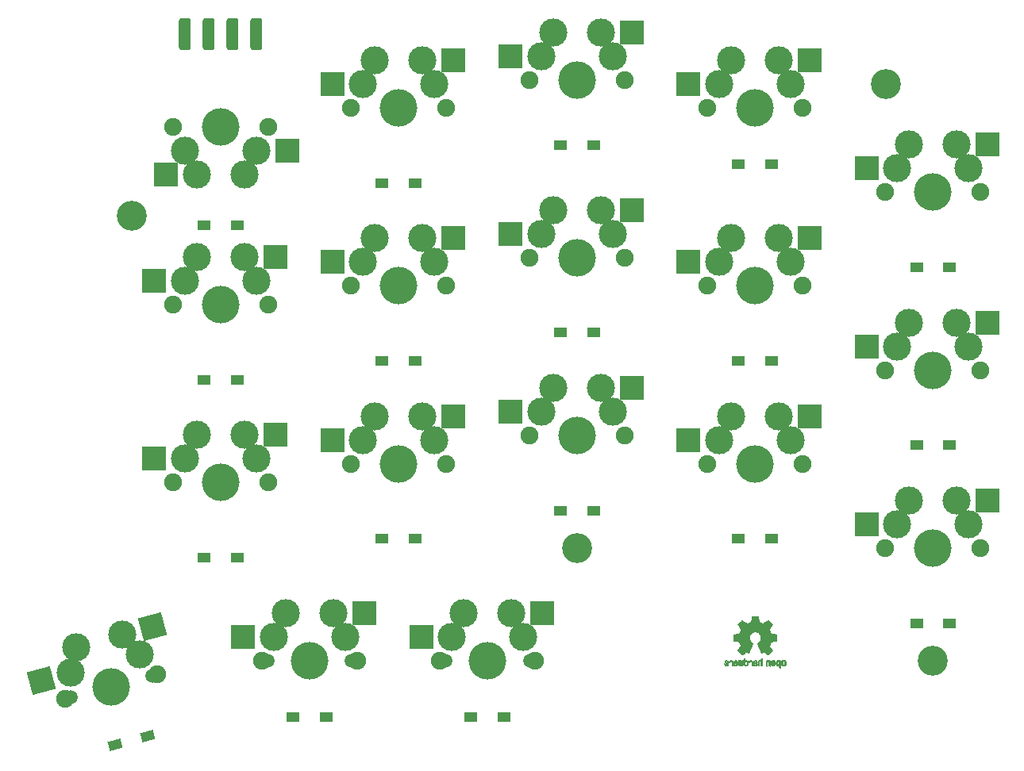
<source format=gbs>
%TF.GenerationSoftware,KiCad,Pcbnew,7.0.2-0*%
%TF.CreationDate,2023-05-24T14:40:16+08:00*%
%TF.ProjectId,Input,496e7075-742e-46b6-9963-61645f706362,1*%
%TF.SameCoordinates,PX717cbc0PY58b1140*%
%TF.FileFunction,Soldermask,Bot*%
%TF.FilePolarity,Negative*%
%FSLAX46Y46*%
G04 Gerber Fmt 4.6, Leading zero omitted, Abs format (unit mm)*
G04 Created by KiCad (PCBNEW 7.0.2-0) date 2023-05-24 14:40:16*
%MOMM*%
%LPD*%
G01*
G04 APERTURE LIST*
G04 Aperture macros list*
%AMRoundRect*
0 Rectangle with rounded corners*
0 $1 Rounding radius*
0 $2 $3 $4 $5 $6 $7 $8 $9 X,Y pos of 4 corners*
0 Add a 4 corners polygon primitive as box body*
4,1,4,$2,$3,$4,$5,$6,$7,$8,$9,$2,$3,0*
0 Add four circle primitives for the rounded corners*
1,1,$1+$1,$2,$3*
1,1,$1+$1,$4,$5*
1,1,$1+$1,$6,$7*
1,1,$1+$1,$8,$9*
0 Add four rect primitives between the rounded corners*
20,1,$1+$1,$2,$3,$4,$5,0*
20,1,$1+$1,$4,$5,$6,$7,0*
20,1,$1+$1,$6,$7,$8,$9,0*
20,1,$1+$1,$8,$9,$2,$3,0*%
%AMRotRect*
0 Rectangle, with rotation*
0 The origin of the aperture is its center*
0 $1 length*
0 $2 width*
0 $3 Rotation angle, in degrees counterclockwise*
0 Add horizontal line*
21,1,$1,$2,0,0,$3*%
G04 Aperture macros list end*
%ADD10C,0.010000*%
%ADD11C,1.900000*%
%ADD12C,3.000000*%
%ADD13C,4.000000*%
%ADD14R,2.550000X2.500000*%
%ADD15C,3.200000*%
%ADD16RoundRect,0.317500X0.317500X1.397000X-0.317500X1.397000X-0.317500X-1.397000X0.317500X-1.397000X0*%
%ADD17R,1.400000X1.000000*%
%ADD18C,1.500000*%
%ADD19RotRect,2.550000X2.500000X15.000000*%
%ADD20RotRect,1.400000X1.000000X195.000000*%
G04 APERTURE END LIST*
%TO.C,REF\u002A\u002A*%
D10*
X54482829Y-37951097D02*
X54542753Y-37973355D01*
X54567673Y-37990080D01*
X54592910Y-38014043D01*
X54610912Y-38044526D01*
X54622858Y-38086023D01*
X54629930Y-38143032D01*
X54633308Y-38220047D01*
X54634171Y-38321565D01*
X54634002Y-38374027D01*
X54633153Y-38445715D01*
X54631711Y-38502925D01*
X54629814Y-38540809D01*
X54627597Y-38554514D01*
X54613172Y-38549981D01*
X54584054Y-38537670D01*
X54583181Y-38537272D01*
X54568060Y-38529356D01*
X54557891Y-38518495D01*
X54551691Y-38499471D01*
X54548478Y-38467069D01*
X54547270Y-38416071D01*
X54547086Y-38341261D01*
X54546714Y-38293804D01*
X54542750Y-38204615D01*
X54533673Y-38139287D01*
X54518524Y-38094393D01*
X54496345Y-38066507D01*
X54466175Y-38052203D01*
X54461990Y-38051206D01*
X54405480Y-38050427D01*
X54361410Y-38075744D01*
X54330972Y-38126502D01*
X54325544Y-38141175D01*
X54313171Y-38173649D01*
X54306905Y-38188572D01*
X54294036Y-38186516D01*
X54265933Y-38175357D01*
X54239721Y-38156927D01*
X54227771Y-38122098D01*
X54231336Y-38097151D01*
X54253235Y-38046547D01*
X54288644Y-37999128D01*
X54330052Y-37966334D01*
X54347400Y-37958752D01*
X54413089Y-37946076D01*
X54482829Y-37951097D01*
G36*
X54482829Y-37951097D02*
G01*
X54542753Y-37973355D01*
X54567673Y-37990080D01*
X54592910Y-38014043D01*
X54610912Y-38044526D01*
X54622858Y-38086023D01*
X54629930Y-38143032D01*
X54633308Y-38220047D01*
X54634171Y-38321565D01*
X54634002Y-38374027D01*
X54633153Y-38445715D01*
X54631711Y-38502925D01*
X54629814Y-38540809D01*
X54627597Y-38554514D01*
X54613172Y-38549981D01*
X54584054Y-38537670D01*
X54583181Y-38537272D01*
X54568060Y-38529356D01*
X54557891Y-38518495D01*
X54551691Y-38499471D01*
X54548478Y-38467069D01*
X54547270Y-38416071D01*
X54547086Y-38341261D01*
X54546714Y-38293804D01*
X54542750Y-38204615D01*
X54533673Y-38139287D01*
X54518524Y-38094393D01*
X54496345Y-38066507D01*
X54466175Y-38052203D01*
X54461990Y-38051206D01*
X54405480Y-38050427D01*
X54361410Y-38075744D01*
X54330972Y-38126502D01*
X54325544Y-38141175D01*
X54313171Y-38173649D01*
X54306905Y-38188572D01*
X54294036Y-38186516D01*
X54265933Y-38175357D01*
X54239721Y-38156927D01*
X54227771Y-38122098D01*
X54231336Y-38097151D01*
X54253235Y-38046547D01*
X54288644Y-37999128D01*
X54330052Y-37966334D01*
X54347400Y-37958752D01*
X54413089Y-37946076D01*
X54482829Y-37951097D01*
G37*
X58431020Y-37917822D02*
X58498810Y-37949680D01*
X58554366Y-38004770D01*
X58565881Y-38022016D01*
X58575432Y-38041562D01*
X58582206Y-38066198D01*
X58586819Y-38100711D01*
X58589888Y-38149889D01*
X58592029Y-38218519D01*
X58593859Y-38311389D01*
X58598404Y-38569007D01*
X58560225Y-38554491D01*
X58525268Y-38541156D01*
X58499097Y-38528323D01*
X58482013Y-38511780D01*
X58472086Y-38486465D01*
X58467386Y-38447316D01*
X58465982Y-38389268D01*
X58465943Y-38307261D01*
X58465744Y-38241895D01*
X58464559Y-38179173D01*
X58461729Y-38136334D01*
X58456609Y-38108220D01*
X58448553Y-38089675D01*
X58436914Y-38075543D01*
X58408303Y-38055600D01*
X58360239Y-38048083D01*
X58312688Y-38067079D01*
X58309550Y-38069511D01*
X58299769Y-38080748D01*
X58292553Y-38098770D01*
X58287299Y-38128026D01*
X58283402Y-38172962D01*
X58280256Y-38238028D01*
X58277257Y-38327670D01*
X58270000Y-38567697D01*
X58208314Y-38540044D01*
X58146629Y-38512391D01*
X58146629Y-38293246D01*
X58146884Y-38233711D01*
X58149086Y-38150892D01*
X58154661Y-38089227D01*
X58164941Y-38043748D01*
X58181258Y-38009484D01*
X58204943Y-37981466D01*
X58237328Y-37954723D01*
X58283907Y-37927780D01*
X58357287Y-37910191D01*
X58431020Y-37917822D01*
G36*
X58431020Y-37917822D02*
G01*
X58498810Y-37949680D01*
X58554366Y-38004770D01*
X58565881Y-38022016D01*
X58575432Y-38041562D01*
X58582206Y-38066198D01*
X58586819Y-38100711D01*
X58589888Y-38149889D01*
X58592029Y-38218519D01*
X58593859Y-38311389D01*
X58598404Y-38569007D01*
X58560225Y-38554491D01*
X58525268Y-38541156D01*
X58499097Y-38528323D01*
X58482013Y-38511780D01*
X58472086Y-38486465D01*
X58467386Y-38447316D01*
X58465982Y-38389268D01*
X58465943Y-38307261D01*
X58465744Y-38241895D01*
X58464559Y-38179173D01*
X58461729Y-38136334D01*
X58456609Y-38108220D01*
X58448553Y-38089675D01*
X58436914Y-38075543D01*
X58408303Y-38055600D01*
X58360239Y-38048083D01*
X58312688Y-38067079D01*
X58309550Y-38069511D01*
X58299769Y-38080748D01*
X58292553Y-38098770D01*
X58287299Y-38128026D01*
X58283402Y-38172962D01*
X58280256Y-38238028D01*
X58277257Y-38327670D01*
X58270000Y-38567697D01*
X58208314Y-38540044D01*
X58146629Y-38512391D01*
X58146629Y-38293246D01*
X58146884Y-38233711D01*
X58149086Y-38150892D01*
X58154661Y-38089227D01*
X58164941Y-38043748D01*
X58181258Y-38009484D01*
X58204943Y-37981466D01*
X58237328Y-37954723D01*
X58283907Y-37927780D01*
X58357287Y-37910191D01*
X58431020Y-37917822D01*
G37*
X56607691Y-37966467D02*
X56612273Y-37969003D01*
X56649704Y-37998057D01*
X56683170Y-38035410D01*
X56689007Y-38043852D01*
X56700165Y-38063553D01*
X56708136Y-38086935D01*
X56713618Y-38119067D01*
X56717307Y-38165019D01*
X56719899Y-38229859D01*
X56722092Y-38318657D01*
X56722402Y-38333669D01*
X56723400Y-38430999D01*
X56721994Y-38499934D01*
X56718164Y-38540948D01*
X56711889Y-38554514D01*
X56692898Y-38550452D01*
X56660638Y-38538144D01*
X56653041Y-38534545D01*
X56641176Y-38526398D01*
X56632994Y-38513004D01*
X56627643Y-38489608D01*
X56624269Y-38451455D01*
X56622019Y-38393790D01*
X56620040Y-38311857D01*
X56619498Y-38287907D01*
X56617403Y-38212266D01*
X56614683Y-38159328D01*
X56610515Y-38124075D01*
X56604079Y-38101487D01*
X56594550Y-38086544D01*
X56581106Y-38074227D01*
X56541305Y-38052634D01*
X56492341Y-38048476D01*
X56448529Y-38064999D01*
X56417008Y-38099210D01*
X56404914Y-38148114D01*
X56404578Y-38161407D01*
X56397972Y-38185472D01*
X56378470Y-38189144D01*
X56340283Y-38174813D01*
X56331438Y-38170217D01*
X56307534Y-38143186D01*
X56307061Y-38102994D01*
X56329836Y-38047409D01*
X56350727Y-38017117D01*
X56404142Y-37974084D01*
X56470074Y-37949755D01*
X56540574Y-37946443D01*
X56607691Y-37966467D01*
G36*
X56607691Y-37966467D02*
G01*
X56612273Y-37969003D01*
X56649704Y-37998057D01*
X56683170Y-38035410D01*
X56689007Y-38043852D01*
X56700165Y-38063553D01*
X56708136Y-38086935D01*
X56713618Y-38119067D01*
X56717307Y-38165019D01*
X56719899Y-38229859D01*
X56722092Y-38318657D01*
X56722402Y-38333669D01*
X56723400Y-38430999D01*
X56721994Y-38499934D01*
X56718164Y-38540948D01*
X56711889Y-38554514D01*
X56692898Y-38550452D01*
X56660638Y-38538144D01*
X56653041Y-38534545D01*
X56641176Y-38526398D01*
X56632994Y-38513004D01*
X56627643Y-38489608D01*
X56624269Y-38451455D01*
X56622019Y-38393790D01*
X56620040Y-38311857D01*
X56619498Y-38287907D01*
X56617403Y-38212266D01*
X56614683Y-38159328D01*
X56610515Y-38124075D01*
X56604079Y-38101487D01*
X56594550Y-38086544D01*
X56581106Y-38074227D01*
X56541305Y-38052634D01*
X56492341Y-38048476D01*
X56448529Y-38064999D01*
X56417008Y-38099210D01*
X56404914Y-38148114D01*
X56404578Y-38161407D01*
X56397972Y-38185472D01*
X56378470Y-38189144D01*
X56340283Y-38174813D01*
X56331438Y-38170217D01*
X56307534Y-38143186D01*
X56307061Y-38102994D01*
X56329836Y-38047409D01*
X56350727Y-38017117D01*
X56404142Y-37974084D01*
X56470074Y-37949755D01*
X56540574Y-37946443D01*
X56607691Y-37966467D01*
G37*
X57678543Y-37749444D02*
X57725714Y-37769342D01*
X57725714Y-38166509D01*
X57725519Y-38269498D01*
X57724998Y-38362141D01*
X57724199Y-38440700D01*
X57723172Y-38501439D01*
X57721963Y-38540623D01*
X57720623Y-38554514D01*
X57720099Y-38554468D01*
X57702287Y-38549420D01*
X57669823Y-38538580D01*
X57624114Y-38522646D01*
X57624114Y-38318173D01*
X57623824Y-38237832D01*
X57622474Y-38179562D01*
X57619369Y-38139909D01*
X57613812Y-38113618D01*
X57605107Y-38095436D01*
X57592556Y-38080107D01*
X57583999Y-38071955D01*
X57537728Y-38049375D01*
X57486728Y-38051375D01*
X57439993Y-38078073D01*
X57433189Y-38084698D01*
X57422293Y-38098456D01*
X57414836Y-38116642D01*
X57410169Y-38144177D01*
X57407642Y-38185981D01*
X57406602Y-38246973D01*
X57406400Y-38332073D01*
X57406303Y-38375234D01*
X57405674Y-38446224D01*
X57404556Y-38503076D01*
X57403063Y-38540828D01*
X57401309Y-38554514D01*
X57400785Y-38554468D01*
X57382973Y-38549420D01*
X57350509Y-38538580D01*
X57304800Y-38522646D01*
X57304823Y-38317237D01*
X57304857Y-38298951D01*
X57306778Y-38203626D01*
X57312678Y-38131543D01*
X57324001Y-38077813D01*
X57342187Y-38037549D01*
X57368679Y-38005861D01*
X57404918Y-37977861D01*
X57440263Y-37960333D01*
X57496773Y-37946785D01*
X57552356Y-37946015D01*
X57595086Y-37959195D01*
X57598298Y-37961015D01*
X57608205Y-37960820D01*
X57614975Y-37945572D01*
X57619861Y-37910613D01*
X57624114Y-37851289D01*
X57631371Y-37729547D01*
X57678543Y-37749444D01*
G36*
X57678543Y-37749444D02*
G01*
X57725714Y-37769342D01*
X57725714Y-38166509D01*
X57725519Y-38269498D01*
X57724998Y-38362141D01*
X57724199Y-38440700D01*
X57723172Y-38501439D01*
X57721963Y-38540623D01*
X57720623Y-38554514D01*
X57720099Y-38554468D01*
X57702287Y-38549420D01*
X57669823Y-38538580D01*
X57624114Y-38522646D01*
X57624114Y-38318173D01*
X57623824Y-38237832D01*
X57622474Y-38179562D01*
X57619369Y-38139909D01*
X57613812Y-38113618D01*
X57605107Y-38095436D01*
X57592556Y-38080107D01*
X57583999Y-38071955D01*
X57537728Y-38049375D01*
X57486728Y-38051375D01*
X57439993Y-38078073D01*
X57433189Y-38084698D01*
X57422293Y-38098456D01*
X57414836Y-38116642D01*
X57410169Y-38144177D01*
X57407642Y-38185981D01*
X57406602Y-38246973D01*
X57406400Y-38332073D01*
X57406303Y-38375234D01*
X57405674Y-38446224D01*
X57404556Y-38503076D01*
X57403063Y-38540828D01*
X57401309Y-38554514D01*
X57400785Y-38554468D01*
X57382973Y-38549420D01*
X57350509Y-38538580D01*
X57304800Y-38522646D01*
X57304823Y-38317237D01*
X57304857Y-38298951D01*
X57306778Y-38203626D01*
X57312678Y-38131543D01*
X57324001Y-38077813D01*
X57342187Y-38037549D01*
X57368679Y-38005861D01*
X57404918Y-37977861D01*
X57440263Y-37960333D01*
X57496773Y-37946785D01*
X57552356Y-37946015D01*
X57595086Y-37959195D01*
X57598298Y-37961015D01*
X57608205Y-37960820D01*
X57614975Y-37945572D01*
X57619861Y-37910613D01*
X57624114Y-37851289D01*
X57631371Y-37729547D01*
X57678543Y-37749444D01*
G37*
X55653941Y-37949282D02*
X55685774Y-37961758D01*
X55722743Y-37978602D01*
X55722743Y-38465196D01*
X55676812Y-38511127D01*
X55666320Y-38521427D01*
X55637255Y-38544320D01*
X55607943Y-38551735D01*
X55564326Y-38548321D01*
X55546568Y-38546114D01*
X55500767Y-38541445D01*
X55468743Y-38539585D01*
X55459244Y-38539869D01*
X55420274Y-38542948D01*
X55373160Y-38548321D01*
X55358085Y-38550168D01*
X55320110Y-38550893D01*
X55292325Y-38539429D01*
X55260674Y-38511127D01*
X55214743Y-38465196D01*
X55214743Y-38205055D01*
X55215101Y-38128180D01*
X55216216Y-38054886D01*
X55217952Y-37996850D01*
X55220167Y-37958663D01*
X55222721Y-37944914D01*
X55223256Y-37944951D01*
X55241808Y-37951793D01*
X55273153Y-37966868D01*
X55315608Y-37988822D01*
X55319604Y-38217240D01*
X55323600Y-38445657D01*
X55410686Y-38445657D01*
X55414657Y-38195286D01*
X55415916Y-38127227D01*
X55417718Y-38054482D01*
X55419671Y-37996730D01*
X55421612Y-37958648D01*
X55423377Y-37944914D01*
X55423885Y-37944962D01*
X55441482Y-37950015D01*
X55473834Y-37960849D01*
X55519543Y-37976783D01*
X55519765Y-38196706D01*
X55519988Y-38234909D01*
X55521531Y-38309146D01*
X55524292Y-38371145D01*
X55527977Y-38415308D01*
X55532292Y-38436041D01*
X55547732Y-38447131D01*
X55579241Y-38450556D01*
X55613886Y-38445657D01*
X55617857Y-38195286D01*
X55619278Y-38131663D01*
X55622225Y-38056356D01*
X55626079Y-37997286D01*
X55630542Y-37958718D01*
X55635317Y-37944914D01*
X55653941Y-37949282D01*
G36*
X55653941Y-37949282D02*
G01*
X55685774Y-37961758D01*
X55722743Y-37978602D01*
X55722743Y-38465196D01*
X55676812Y-38511127D01*
X55666320Y-38521427D01*
X55637255Y-38544320D01*
X55607943Y-38551735D01*
X55564326Y-38548321D01*
X55546568Y-38546114D01*
X55500767Y-38541445D01*
X55468743Y-38539585D01*
X55459244Y-38539869D01*
X55420274Y-38542948D01*
X55373160Y-38548321D01*
X55358085Y-38550168D01*
X55320110Y-38550893D01*
X55292325Y-38539429D01*
X55260674Y-38511127D01*
X55214743Y-38465196D01*
X55214743Y-38205055D01*
X55215101Y-38128180D01*
X55216216Y-38054886D01*
X55217952Y-37996850D01*
X55220167Y-37958663D01*
X55222721Y-37944914D01*
X55223256Y-37944951D01*
X55241808Y-37951793D01*
X55273153Y-37966868D01*
X55315608Y-37988822D01*
X55319604Y-38217240D01*
X55323600Y-38445657D01*
X55410686Y-38445657D01*
X55414657Y-38195286D01*
X55415916Y-38127227D01*
X55417718Y-38054482D01*
X55419671Y-37996730D01*
X55421612Y-37958648D01*
X55423377Y-37944914D01*
X55423885Y-37944962D01*
X55441482Y-37950015D01*
X55473834Y-37960849D01*
X55519543Y-37976783D01*
X55519765Y-38196706D01*
X55519988Y-38234909D01*
X55521531Y-38309146D01*
X55524292Y-38371145D01*
X55527977Y-38415308D01*
X55532292Y-38436041D01*
X55547732Y-38447131D01*
X55579241Y-38450556D01*
X55613886Y-38445657D01*
X55617857Y-38195286D01*
X55619278Y-38131663D01*
X55622225Y-38056356D01*
X55626079Y-37997286D01*
X55630542Y-37958718D01*
X55635317Y-37944914D01*
X55653941Y-37949282D01*
G37*
X60265714Y-38235200D02*
X60265701Y-38250935D01*
X60264914Y-38321119D01*
X60262210Y-38370022D01*
X60256606Y-38404178D01*
X60247119Y-38430124D01*
X60232768Y-38454397D01*
X60229237Y-38459433D01*
X60191878Y-38499143D01*
X60149311Y-38529092D01*
X60127452Y-38538810D01*
X60048908Y-38555020D01*
X59971231Y-38544535D01*
X59899645Y-38508707D01*
X59839374Y-38448887D01*
X59834286Y-38440873D01*
X59817730Y-38394342D01*
X59806573Y-38329552D01*
X59801160Y-38254727D01*
X59801768Y-38185513D01*
X59948248Y-38185513D01*
X59949402Y-38281399D01*
X59949866Y-38287569D01*
X59956629Y-38340478D01*
X59968671Y-38374029D01*
X59989005Y-38397016D01*
X60023097Y-38418548D01*
X60056814Y-38419680D01*
X60091543Y-38394857D01*
X60097584Y-38388325D01*
X60109417Y-38368779D01*
X60116404Y-38340386D01*
X60119727Y-38296430D01*
X60120571Y-38230192D01*
X60119125Y-38168150D01*
X60111907Y-38109042D01*
X60097006Y-38071686D01*
X60072636Y-38052152D01*
X60037008Y-38046514D01*
X60023440Y-38047635D01*
X59985430Y-38068194D01*
X59960312Y-38114299D01*
X59948248Y-38185513D01*
X59801768Y-38185513D01*
X59801833Y-38178096D01*
X59808937Y-38107882D01*
X59822815Y-38052312D01*
X59840649Y-38015301D01*
X59890855Y-37957733D01*
X59958885Y-37921962D01*
X60042158Y-37909665D01*
X60064398Y-37910331D01*
X60129891Y-37923947D01*
X60183687Y-37958249D01*
X60233057Y-38017338D01*
X60235995Y-38021722D01*
X60249287Y-38045299D01*
X60257932Y-38071949D01*
X60262904Y-38108159D01*
X60265174Y-38160413D01*
X60265678Y-38230192D01*
X60265714Y-38235200D01*
G36*
X60265714Y-38235200D02*
G01*
X60265701Y-38250935D01*
X60264914Y-38321119D01*
X60262210Y-38370022D01*
X60256606Y-38404178D01*
X60247119Y-38430124D01*
X60232768Y-38454397D01*
X60229237Y-38459433D01*
X60191878Y-38499143D01*
X60149311Y-38529092D01*
X60127452Y-38538810D01*
X60048908Y-38555020D01*
X59971231Y-38544535D01*
X59899645Y-38508707D01*
X59839374Y-38448887D01*
X59834286Y-38440873D01*
X59817730Y-38394342D01*
X59806573Y-38329552D01*
X59801160Y-38254727D01*
X59801768Y-38185513D01*
X59948248Y-38185513D01*
X59949402Y-38281399D01*
X59949866Y-38287569D01*
X59956629Y-38340478D01*
X59968671Y-38374029D01*
X59989005Y-38397016D01*
X60023097Y-38418548D01*
X60056814Y-38419680D01*
X60091543Y-38394857D01*
X60097584Y-38388325D01*
X60109417Y-38368779D01*
X60116404Y-38340386D01*
X60119727Y-38296430D01*
X60120571Y-38230192D01*
X60119125Y-38168150D01*
X60111907Y-38109042D01*
X60097006Y-38071686D01*
X60072636Y-38052152D01*
X60037008Y-38046514D01*
X60023440Y-38047635D01*
X59985430Y-38068194D01*
X59960312Y-38114299D01*
X59948248Y-38185513D01*
X59801768Y-38185513D01*
X59801833Y-38178096D01*
X59808937Y-38107882D01*
X59822815Y-38052312D01*
X59840649Y-38015301D01*
X59890855Y-37957733D01*
X59958885Y-37921962D01*
X60042158Y-37909665D01*
X60064398Y-37910331D01*
X60129891Y-37923947D01*
X60183687Y-37958249D01*
X60233057Y-38017338D01*
X60235995Y-38021722D01*
X60249287Y-38045299D01*
X60257932Y-38071949D01*
X60262904Y-38108159D01*
X60265174Y-38160413D01*
X60265678Y-38230192D01*
X60265714Y-38235200D01*
G37*
X54140590Y-38252622D02*
X54140307Y-38291305D01*
X54136762Y-38367521D01*
X54127483Y-38423294D01*
X54110375Y-38464613D01*
X54083344Y-38497467D01*
X54044292Y-38527846D01*
X54019445Y-38541660D01*
X53979615Y-38550965D01*
X53923665Y-38550230D01*
X53892385Y-38547283D01*
X53854653Y-38538283D01*
X53824494Y-38518720D01*
X53789408Y-38482267D01*
X53784720Y-38476943D01*
X53753177Y-38435969D01*
X53738128Y-38400283D01*
X53734286Y-38357966D01*
X53734286Y-38295779D01*
X53777742Y-38312182D01*
X53809424Y-38331356D01*
X53836962Y-38376347D01*
X53842711Y-38390752D01*
X53874855Y-38431546D01*
X53918611Y-38452081D01*
X53966254Y-38450235D01*
X54010057Y-38423886D01*
X54025111Y-38407455D01*
X54038763Y-38382667D01*
X54034493Y-38360144D01*
X54009916Y-38336964D01*
X53962651Y-38310202D01*
X53890314Y-38276934D01*
X53741543Y-38211816D01*
X53737595Y-38147308D01*
X53739079Y-38106220D01*
X53836010Y-38106220D01*
X53843368Y-38131657D01*
X53876848Y-38158814D01*
X53937614Y-38189714D01*
X53947669Y-38194190D01*
X53995751Y-38215017D01*
X54031726Y-38229665D01*
X54048444Y-38235200D01*
X54050977Y-38231126D01*
X54051993Y-38206247D01*
X54048369Y-38166257D01*
X54039242Y-38127152D01*
X54010773Y-38077884D01*
X53969678Y-38050122D01*
X53920590Y-38046364D01*
X53868144Y-38069109D01*
X53853609Y-38080481D01*
X53836010Y-38106220D01*
X53739079Y-38106220D01*
X53739338Y-38099064D01*
X53761281Y-38038096D01*
X53788979Y-38004497D01*
X53846405Y-37966966D01*
X53914527Y-37948006D01*
X53984947Y-37949507D01*
X54049267Y-37973355D01*
X54063426Y-37982513D01*
X54095904Y-38010849D01*
X54118116Y-38046695D01*
X54131804Y-38095384D01*
X54138715Y-38162249D01*
X54139628Y-38206247D01*
X54140590Y-38252622D01*
G36*
X54140590Y-38252622D02*
G01*
X54140307Y-38291305D01*
X54136762Y-38367521D01*
X54127483Y-38423294D01*
X54110375Y-38464613D01*
X54083344Y-38497467D01*
X54044292Y-38527846D01*
X54019445Y-38541660D01*
X53979615Y-38550965D01*
X53923665Y-38550230D01*
X53892385Y-38547283D01*
X53854653Y-38538283D01*
X53824494Y-38518720D01*
X53789408Y-38482267D01*
X53784720Y-38476943D01*
X53753177Y-38435969D01*
X53738128Y-38400283D01*
X53734286Y-38357966D01*
X53734286Y-38295779D01*
X53777742Y-38312182D01*
X53809424Y-38331356D01*
X53836962Y-38376347D01*
X53842711Y-38390752D01*
X53874855Y-38431546D01*
X53918611Y-38452081D01*
X53966254Y-38450235D01*
X54010057Y-38423886D01*
X54025111Y-38407455D01*
X54038763Y-38382667D01*
X54034493Y-38360144D01*
X54009916Y-38336964D01*
X53962651Y-38310202D01*
X53890314Y-38276934D01*
X53741543Y-38211816D01*
X53737595Y-38147308D01*
X53739079Y-38106220D01*
X53836010Y-38106220D01*
X53843368Y-38131657D01*
X53876848Y-38158814D01*
X53937614Y-38189714D01*
X53947669Y-38194190D01*
X53995751Y-38215017D01*
X54031726Y-38229665D01*
X54048444Y-38235200D01*
X54050977Y-38231126D01*
X54051993Y-38206247D01*
X54048369Y-38166257D01*
X54039242Y-38127152D01*
X54010773Y-38077884D01*
X53969678Y-38050122D01*
X53920590Y-38046364D01*
X53868144Y-38069109D01*
X53853609Y-38080481D01*
X53836010Y-38106220D01*
X53739079Y-38106220D01*
X53739338Y-38099064D01*
X53761281Y-38038096D01*
X53788979Y-38004497D01*
X53846405Y-37966966D01*
X53914527Y-37948006D01*
X53984947Y-37949507D01*
X54049267Y-37973355D01*
X54063426Y-37982513D01*
X54095904Y-38010849D01*
X54118116Y-38046695D01*
X54131804Y-38095384D01*
X54138715Y-38162249D01*
X54139628Y-38206247D01*
X54140590Y-38252622D01*
G37*
X56230698Y-38249714D02*
X56229537Y-38306313D01*
X56221345Y-38383462D01*
X56203519Y-38441276D01*
X56173975Y-38485422D01*
X56130625Y-38521568D01*
X56089332Y-38542463D01*
X56019987Y-38554090D01*
X55950736Y-38541377D01*
X55888145Y-38505945D01*
X55838779Y-38449418D01*
X55832818Y-38438995D01*
X55824945Y-38420733D01*
X55819106Y-38397429D01*
X55814999Y-38365085D01*
X55812325Y-38319704D01*
X55810781Y-38257287D01*
X55810734Y-38251748D01*
X55911429Y-38251748D01*
X55911772Y-38304577D01*
X55913942Y-38352362D01*
X55919307Y-38383209D01*
X55929217Y-38403935D01*
X55945021Y-38421356D01*
X55948724Y-38424705D01*
X55996299Y-38449419D01*
X56046635Y-38446890D01*
X56093517Y-38417288D01*
X56107477Y-38401953D01*
X56119160Y-38381622D01*
X56125686Y-38353514D01*
X56128524Y-38310550D01*
X56129143Y-38245647D01*
X56128837Y-38196122D01*
X56126722Y-38147782D01*
X56121390Y-38116587D01*
X56111460Y-38095647D01*
X56095550Y-38078073D01*
X56086204Y-38070159D01*
X56037776Y-38048843D01*
X55987040Y-38052198D01*
X55942987Y-38080107D01*
X55933504Y-38091173D01*
X55921939Y-38112009D01*
X55915252Y-38141106D01*
X55912173Y-38185381D01*
X55911429Y-38251748D01*
X55810734Y-38251748D01*
X55810067Y-38173837D01*
X55809883Y-38065358D01*
X55809829Y-37728601D01*
X55857000Y-37748362D01*
X55869472Y-37753770D01*
X55889324Y-37765985D01*
X55900687Y-37784482D01*
X55906933Y-37816829D01*
X55911429Y-37870593D01*
X55915535Y-37918866D01*
X55920963Y-37950557D01*
X55928739Y-37962383D01*
X55940457Y-37959212D01*
X55970318Y-37948067D01*
X56023684Y-37945304D01*
X56081093Y-37955625D01*
X56130625Y-37977861D01*
X56157876Y-37998443D01*
X56192865Y-38038600D01*
X56215274Y-38090086D01*
X56227190Y-38158568D01*
X56230542Y-38245647D01*
X56230698Y-38249714D01*
G36*
X56230698Y-38249714D02*
G01*
X56229537Y-38306313D01*
X56221345Y-38383462D01*
X56203519Y-38441276D01*
X56173975Y-38485422D01*
X56130625Y-38521568D01*
X56089332Y-38542463D01*
X56019987Y-38554090D01*
X55950736Y-38541377D01*
X55888145Y-38505945D01*
X55838779Y-38449418D01*
X55832818Y-38438995D01*
X55824945Y-38420733D01*
X55819106Y-38397429D01*
X55814999Y-38365085D01*
X55812325Y-38319704D01*
X55810781Y-38257287D01*
X55810734Y-38251748D01*
X55911429Y-38251748D01*
X55911772Y-38304577D01*
X55913942Y-38352362D01*
X55919307Y-38383209D01*
X55929217Y-38403935D01*
X55945021Y-38421356D01*
X55948724Y-38424705D01*
X55996299Y-38449419D01*
X56046635Y-38446890D01*
X56093517Y-38417288D01*
X56107477Y-38401953D01*
X56119160Y-38381622D01*
X56125686Y-38353514D01*
X56128524Y-38310550D01*
X56129143Y-38245647D01*
X56128837Y-38196122D01*
X56126722Y-38147782D01*
X56121390Y-38116587D01*
X56111460Y-38095647D01*
X56095550Y-38078073D01*
X56086204Y-38070159D01*
X56037776Y-38048843D01*
X55987040Y-38052198D01*
X55942987Y-38080107D01*
X55933504Y-38091173D01*
X55921939Y-38112009D01*
X55915252Y-38141106D01*
X55912173Y-38185381D01*
X55911429Y-38251748D01*
X55810734Y-38251748D01*
X55810067Y-38173837D01*
X55809883Y-38065358D01*
X55809829Y-37728601D01*
X55857000Y-37748362D01*
X55869472Y-37753770D01*
X55889324Y-37765985D01*
X55900687Y-37784482D01*
X55906933Y-37816829D01*
X55911429Y-37870593D01*
X55915535Y-37918866D01*
X55920963Y-37950557D01*
X55928739Y-37962383D01*
X55940457Y-37959212D01*
X55970318Y-37948067D01*
X56023684Y-37945304D01*
X56081093Y-37955625D01*
X56130625Y-37977861D01*
X56157876Y-37998443D01*
X56192865Y-38038600D01*
X56215274Y-38090086D01*
X56227190Y-38158568D01*
X56230542Y-38245647D01*
X56230698Y-38249714D01*
G37*
X59162299Y-38194055D02*
X59157684Y-38304078D01*
X59155078Y-38327387D01*
X59135660Y-38410352D01*
X59100573Y-38473448D01*
X59047212Y-38521808D01*
X59044196Y-38523804D01*
X58976362Y-38552185D01*
X58905535Y-38554711D01*
X58837289Y-38533097D01*
X58777196Y-38489062D01*
X58730829Y-38424322D01*
X58730050Y-38422761D01*
X58714643Y-38382558D01*
X58703357Y-38336866D01*
X58697370Y-38293972D01*
X58697861Y-38262160D01*
X58706007Y-38249714D01*
X58713244Y-38250471D01*
X58747851Y-38264235D01*
X58787078Y-38289546D01*
X58820448Y-38318845D01*
X58837483Y-38344572D01*
X58855192Y-38379471D01*
X58891485Y-38411212D01*
X58933630Y-38423886D01*
X58949077Y-38420221D01*
X58979569Y-38401774D01*
X59006128Y-38376166D01*
X59017486Y-38352934D01*
X59017482Y-38352848D01*
X59004596Y-38342179D01*
X58970241Y-38322933D01*
X58919593Y-38297813D01*
X58857829Y-38269524D01*
X58857489Y-38269374D01*
X58790388Y-38239498D01*
X58745411Y-38217973D01*
X58718145Y-38201437D01*
X58704178Y-38186531D01*
X58699097Y-38169893D01*
X58698490Y-38148162D01*
X58702712Y-38107013D01*
X58846000Y-38107013D01*
X58860791Y-38119949D01*
X58897644Y-38139333D01*
X58898725Y-38139881D01*
X58942205Y-38160587D01*
X58981102Y-38177105D01*
X59005778Y-38184093D01*
X59015676Y-38174753D01*
X59017486Y-38142748D01*
X59009966Y-38102915D01*
X58983897Y-38066717D01*
X58946154Y-38047950D01*
X58904077Y-38049845D01*
X58865005Y-38075632D01*
X58849647Y-38093451D01*
X58846000Y-38107013D01*
X58702712Y-38107013D01*
X58703833Y-38096086D01*
X58730251Y-38025335D01*
X58774473Y-37969735D01*
X58831697Y-37931239D01*
X58897120Y-37911797D01*
X58965937Y-37913359D01*
X59033347Y-37937878D01*
X59094544Y-37987302D01*
X59128450Y-38036212D01*
X59152806Y-38106027D01*
X59156767Y-38142748D01*
X59162299Y-38194055D01*
G36*
X59162299Y-38194055D02*
G01*
X59157684Y-38304078D01*
X59155078Y-38327387D01*
X59135660Y-38410352D01*
X59100573Y-38473448D01*
X59047212Y-38521808D01*
X59044196Y-38523804D01*
X58976362Y-38552185D01*
X58905535Y-38554711D01*
X58837289Y-38533097D01*
X58777196Y-38489062D01*
X58730829Y-38424322D01*
X58730050Y-38422761D01*
X58714643Y-38382558D01*
X58703357Y-38336866D01*
X58697370Y-38293972D01*
X58697861Y-38262160D01*
X58706007Y-38249714D01*
X58713244Y-38250471D01*
X58747851Y-38264235D01*
X58787078Y-38289546D01*
X58820448Y-38318845D01*
X58837483Y-38344572D01*
X58855192Y-38379471D01*
X58891485Y-38411212D01*
X58933630Y-38423886D01*
X58949077Y-38420221D01*
X58979569Y-38401774D01*
X59006128Y-38376166D01*
X59017486Y-38352934D01*
X59017482Y-38352848D01*
X59004596Y-38342179D01*
X58970241Y-38322933D01*
X58919593Y-38297813D01*
X58857829Y-38269524D01*
X58857489Y-38269374D01*
X58790388Y-38239498D01*
X58745411Y-38217973D01*
X58718145Y-38201437D01*
X58704178Y-38186531D01*
X58699097Y-38169893D01*
X58698490Y-38148162D01*
X58702712Y-38107013D01*
X58846000Y-38107013D01*
X58860791Y-38119949D01*
X58897644Y-38139333D01*
X58898725Y-38139881D01*
X58942205Y-38160587D01*
X58981102Y-38177105D01*
X59005778Y-38184093D01*
X59015676Y-38174753D01*
X59017486Y-38142748D01*
X59009966Y-38102915D01*
X58983897Y-38066717D01*
X58946154Y-38047950D01*
X58904077Y-38049845D01*
X58865005Y-38075632D01*
X58849647Y-38093451D01*
X58846000Y-38107013D01*
X58702712Y-38107013D01*
X58703833Y-38096086D01*
X58730251Y-38025335D01*
X58774473Y-37969735D01*
X58831697Y-37931239D01*
X58897120Y-37911797D01*
X58965937Y-37913359D01*
X59033347Y-37937878D01*
X59094544Y-37987302D01*
X59128450Y-38036212D01*
X59152806Y-38106027D01*
X59156767Y-38142748D01*
X59162299Y-38194055D01*
G37*
X57089483Y-37960569D02*
X57139376Y-37989661D01*
X57161325Y-38012327D01*
X57203504Y-38080082D01*
X57217714Y-38153950D01*
X57217714Y-38204770D01*
X57170999Y-38185128D01*
X57138692Y-38165308D01*
X57113231Y-38124160D01*
X57110616Y-38115675D01*
X57082478Y-38072451D01*
X57040067Y-38049103D01*
X56991370Y-38048100D01*
X56944373Y-38071914D01*
X56937357Y-38078056D01*
X56913893Y-38104745D01*
X56910019Y-38128014D01*
X56927768Y-38150862D01*
X56969179Y-38176287D01*
X57036286Y-38207288D01*
X57040824Y-38209252D01*
X57115322Y-38243990D01*
X57166203Y-38274763D01*
X57197525Y-38305488D01*
X57213343Y-38340082D01*
X57217714Y-38382462D01*
X57211986Y-38429446D01*
X57183062Y-38489585D01*
X57132178Y-38532788D01*
X57095374Y-38545759D01*
X57043434Y-38552856D01*
X56992999Y-38551340D01*
X56956983Y-38540632D01*
X56953158Y-38537966D01*
X56942998Y-38519337D01*
X56950048Y-38486505D01*
X56962297Y-38460735D01*
X56981939Y-38450006D01*
X57019191Y-38450539D01*
X57070908Y-38447462D01*
X57104701Y-38426212D01*
X57116114Y-38386877D01*
X57116104Y-38385747D01*
X57109187Y-38362913D01*
X57085659Y-38341963D01*
X57039914Y-38317815D01*
X56977704Y-38288741D01*
X56936499Y-38272925D01*
X56912712Y-38273944D01*
X56901597Y-38294837D01*
X56898408Y-38338641D01*
X56898400Y-38408393D01*
X56898044Y-38451452D01*
X56896413Y-38504626D01*
X56893761Y-38541022D01*
X56890422Y-38554514D01*
X56889530Y-38554423D01*
X56870237Y-38547110D01*
X56838284Y-38531678D01*
X56794124Y-38508842D01*
X56799371Y-38303078D01*
X56799736Y-38289432D01*
X56803904Y-38193651D01*
X56811268Y-38121462D01*
X56823330Y-38068058D01*
X56841593Y-38028633D01*
X56867560Y-37998380D01*
X56902733Y-37972493D01*
X56903384Y-37972087D01*
X56960256Y-37950968D01*
X57026033Y-37947400D01*
X57089483Y-37960569D01*
G36*
X57089483Y-37960569D02*
G01*
X57139376Y-37989661D01*
X57161325Y-38012327D01*
X57203504Y-38080082D01*
X57217714Y-38153950D01*
X57217714Y-38204770D01*
X57170999Y-38185128D01*
X57138692Y-38165308D01*
X57113231Y-38124160D01*
X57110616Y-38115675D01*
X57082478Y-38072451D01*
X57040067Y-38049103D01*
X56991370Y-38048100D01*
X56944373Y-38071914D01*
X56937357Y-38078056D01*
X56913893Y-38104745D01*
X56910019Y-38128014D01*
X56927768Y-38150862D01*
X56969179Y-38176287D01*
X57036286Y-38207288D01*
X57040824Y-38209252D01*
X57115322Y-38243990D01*
X57166203Y-38274763D01*
X57197525Y-38305488D01*
X57213343Y-38340082D01*
X57217714Y-38382462D01*
X57211986Y-38429446D01*
X57183062Y-38489585D01*
X57132178Y-38532788D01*
X57095374Y-38545759D01*
X57043434Y-38552856D01*
X56992999Y-38551340D01*
X56956983Y-38540632D01*
X56953158Y-38537966D01*
X56942998Y-38519337D01*
X56950048Y-38486505D01*
X56962297Y-38460735D01*
X56981939Y-38450006D01*
X57019191Y-38450539D01*
X57070908Y-38447462D01*
X57104701Y-38426212D01*
X57116114Y-38386877D01*
X57116104Y-38385747D01*
X57109187Y-38362913D01*
X57085659Y-38341963D01*
X57039914Y-38317815D01*
X56977704Y-38288741D01*
X56936499Y-38272925D01*
X56912712Y-38273944D01*
X56901597Y-38294837D01*
X56898408Y-38338641D01*
X56898400Y-38408393D01*
X56898044Y-38451452D01*
X56896413Y-38504626D01*
X56893761Y-38541022D01*
X56890422Y-38554514D01*
X56889530Y-38554423D01*
X56870237Y-38547110D01*
X56838284Y-38531678D01*
X56794124Y-38508842D01*
X56799371Y-38303078D01*
X56799736Y-38289432D01*
X56803904Y-38193651D01*
X56811268Y-38121462D01*
X56823330Y-38068058D01*
X56841593Y-38028633D01*
X56867560Y-37998380D01*
X56902733Y-37972493D01*
X56903384Y-37972087D01*
X56960256Y-37950968D01*
X57026033Y-37947400D01*
X57089483Y-37960569D01*
G37*
X59709815Y-38301524D02*
X59711252Y-38413000D01*
X59711651Y-38445339D01*
X59712929Y-38553455D01*
X59713185Y-38636186D01*
X59711634Y-38696426D01*
X59707490Y-38737073D01*
X59699964Y-38761023D01*
X59688271Y-38771171D01*
X59671624Y-38770414D01*
X59649236Y-38761648D01*
X59620321Y-38747769D01*
X59614142Y-38744808D01*
X59588413Y-38730311D01*
X59574976Y-38713065D01*
X59569834Y-38684308D01*
X59568990Y-38635283D01*
X59568952Y-38547257D01*
X59478276Y-38547257D01*
X59422498Y-38544815D01*
X59378640Y-38534908D01*
X59342218Y-38514886D01*
X59339503Y-38512929D01*
X59302546Y-38479869D01*
X59276826Y-38439931D01*
X59260606Y-38387657D01*
X59252148Y-38317588D01*
X59250083Y-38238430D01*
X59394857Y-38238430D01*
X59394882Y-38251697D01*
X59396261Y-38311584D01*
X59400687Y-38350732D01*
X59409461Y-38376153D01*
X59423886Y-38394857D01*
X59424784Y-38395750D01*
X59460237Y-38419952D01*
X59494596Y-38417567D01*
X59533403Y-38388260D01*
X59542895Y-38378244D01*
X59556876Y-38357708D01*
X59564760Y-38330997D01*
X59568245Y-38290499D01*
X59569029Y-38228603D01*
X59568350Y-38191130D01*
X59560983Y-38122980D01*
X59544168Y-38078330D01*
X59516234Y-38053926D01*
X59475509Y-38046514D01*
X59458350Y-38048094D01*
X59428660Y-38063766D01*
X59409031Y-38098691D01*
X59398188Y-38155901D01*
X59394857Y-38238430D01*
X59250083Y-38238430D01*
X59249714Y-38224267D01*
X59250253Y-38156169D01*
X59252707Y-38104587D01*
X59258158Y-38068816D01*
X59267686Y-38042015D01*
X59282371Y-38017338D01*
X59295852Y-37998480D01*
X59344799Y-37947568D01*
X59400256Y-37919918D01*
X59469928Y-37911165D01*
X59549664Y-37919890D01*
X59618595Y-37951185D01*
X59673113Y-38006381D01*
X59677223Y-38012224D01*
X59686808Y-38027753D01*
X59694151Y-38045498D01*
X59699612Y-38069290D01*
X59703550Y-38102958D01*
X59706323Y-38150333D01*
X59708292Y-38215245D01*
X59708528Y-38228603D01*
X59709815Y-38301524D01*
G36*
X59709815Y-38301524D02*
G01*
X59711252Y-38413000D01*
X59711651Y-38445339D01*
X59712929Y-38553455D01*
X59713185Y-38636186D01*
X59711634Y-38696426D01*
X59707490Y-38737073D01*
X59699964Y-38761023D01*
X59688271Y-38771171D01*
X59671624Y-38770414D01*
X59649236Y-38761648D01*
X59620321Y-38747769D01*
X59614142Y-38744808D01*
X59588413Y-38730311D01*
X59574976Y-38713065D01*
X59569834Y-38684308D01*
X59568990Y-38635283D01*
X59568952Y-38547257D01*
X59478276Y-38547257D01*
X59422498Y-38544815D01*
X59378640Y-38534908D01*
X59342218Y-38514886D01*
X59339503Y-38512929D01*
X59302546Y-38479869D01*
X59276826Y-38439931D01*
X59260606Y-38387657D01*
X59252148Y-38317588D01*
X59250083Y-38238430D01*
X59394857Y-38238430D01*
X59394882Y-38251697D01*
X59396261Y-38311584D01*
X59400687Y-38350732D01*
X59409461Y-38376153D01*
X59423886Y-38394857D01*
X59424784Y-38395750D01*
X59460237Y-38419952D01*
X59494596Y-38417567D01*
X59533403Y-38388260D01*
X59542895Y-38378244D01*
X59556876Y-38357708D01*
X59564760Y-38330997D01*
X59568245Y-38290499D01*
X59569029Y-38228603D01*
X59568350Y-38191130D01*
X59560983Y-38122980D01*
X59544168Y-38078330D01*
X59516234Y-38053926D01*
X59475509Y-38046514D01*
X59458350Y-38048094D01*
X59428660Y-38063766D01*
X59409031Y-38098691D01*
X59398188Y-38155901D01*
X59394857Y-38238430D01*
X59250083Y-38238430D01*
X59249714Y-38224267D01*
X59250253Y-38156169D01*
X59252707Y-38104587D01*
X59258158Y-38068816D01*
X59267686Y-38042015D01*
X59282371Y-38017338D01*
X59295852Y-37998480D01*
X59344799Y-37947568D01*
X59400256Y-37919918D01*
X59469928Y-37911165D01*
X59549664Y-37919890D01*
X59618595Y-37951185D01*
X59673113Y-38006381D01*
X59677223Y-38012224D01*
X59686808Y-38027753D01*
X59694151Y-38045498D01*
X59699612Y-38069290D01*
X59703550Y-38102958D01*
X59706323Y-38150333D01*
X59708292Y-38215245D01*
X59708528Y-38228603D01*
X59709815Y-38301524D01*
G37*
X54967495Y-37946220D02*
X54998599Y-37954121D01*
X55027559Y-37973817D01*
X55064831Y-38010484D01*
X55088801Y-38036378D01*
X55113770Y-38069997D01*
X55125031Y-38101506D01*
X55127657Y-38141485D01*
X55127657Y-38206917D01*
X55083035Y-38183842D01*
X55047673Y-38155724D01*
X55023451Y-38117848D01*
X55019291Y-38107551D01*
X54987594Y-38067637D01*
X54943554Y-38047624D01*
X54895531Y-38049572D01*
X54851886Y-38075543D01*
X54833420Y-38096635D01*
X54822663Y-38123619D01*
X54834178Y-38147634D01*
X54869981Y-38171791D01*
X54932090Y-38199199D01*
X54941515Y-38202985D01*
X54998058Y-38227759D01*
X55046580Y-38252189D01*
X55077451Y-38271486D01*
X55108371Y-38305953D01*
X55128927Y-38360957D01*
X55126744Y-38419983D01*
X55102424Y-38475845D01*
X55056568Y-38521355D01*
X55019438Y-38540727D01*
X54947711Y-38554292D01*
X54907852Y-38552462D01*
X54870953Y-38542568D01*
X54856797Y-38521806D01*
X54862091Y-38487613D01*
X54863631Y-38483092D01*
X54875842Y-38459116D01*
X54896174Y-38450042D01*
X54934908Y-38450649D01*
X54962257Y-38451474D01*
X54994257Y-38444392D01*
X55016182Y-38423219D01*
X55028670Y-38397152D01*
X55030062Y-38369845D01*
X55029998Y-38369685D01*
X55013807Y-38354930D01*
X54979155Y-38333457D01*
X54934321Y-38309458D01*
X54887582Y-38287125D01*
X54847217Y-38270652D01*
X54821504Y-38264229D01*
X54817679Y-38270518D01*
X54812864Y-38300115D01*
X54809566Y-38348447D01*
X54808343Y-38409372D01*
X54808058Y-38451542D01*
X54806718Y-38504653D01*
X54804528Y-38541025D01*
X54801769Y-38554514D01*
X54787344Y-38549981D01*
X54758226Y-38537670D01*
X54721257Y-38520826D01*
X54721257Y-38304721D01*
X54721493Y-38249327D01*
X54723729Y-38165207D01*
X54729423Y-38102800D01*
X54739903Y-38057358D01*
X54756497Y-38024133D01*
X54780531Y-37998378D01*
X54813333Y-37975344D01*
X54855124Y-37956335D01*
X54932287Y-37944914D01*
X54967495Y-37946220D01*
G36*
X54967495Y-37946220D02*
G01*
X54998599Y-37954121D01*
X55027559Y-37973817D01*
X55064831Y-38010484D01*
X55088801Y-38036378D01*
X55113770Y-38069997D01*
X55125031Y-38101506D01*
X55127657Y-38141485D01*
X55127657Y-38206917D01*
X55083035Y-38183842D01*
X55047673Y-38155724D01*
X55023451Y-38117848D01*
X55019291Y-38107551D01*
X54987594Y-38067637D01*
X54943554Y-38047624D01*
X54895531Y-38049572D01*
X54851886Y-38075543D01*
X54833420Y-38096635D01*
X54822663Y-38123619D01*
X54834178Y-38147634D01*
X54869981Y-38171791D01*
X54932090Y-38199199D01*
X54941515Y-38202985D01*
X54998058Y-38227759D01*
X55046580Y-38252189D01*
X55077451Y-38271486D01*
X55108371Y-38305953D01*
X55128927Y-38360957D01*
X55126744Y-38419983D01*
X55102424Y-38475845D01*
X55056568Y-38521355D01*
X55019438Y-38540727D01*
X54947711Y-38554292D01*
X54907852Y-38552462D01*
X54870953Y-38542568D01*
X54856797Y-38521806D01*
X54862091Y-38487613D01*
X54863631Y-38483092D01*
X54875842Y-38459116D01*
X54896174Y-38450042D01*
X54934908Y-38450649D01*
X54962257Y-38451474D01*
X54994257Y-38444392D01*
X55016182Y-38423219D01*
X55028670Y-38397152D01*
X55030062Y-38369845D01*
X55029998Y-38369685D01*
X55013807Y-38354930D01*
X54979155Y-38333457D01*
X54934321Y-38309458D01*
X54887582Y-38287125D01*
X54847217Y-38270652D01*
X54821504Y-38264229D01*
X54817679Y-38270518D01*
X54812864Y-38300115D01*
X54809566Y-38348447D01*
X54808343Y-38409372D01*
X54808058Y-38451542D01*
X54806718Y-38504653D01*
X54804528Y-38541025D01*
X54801769Y-38554514D01*
X54787344Y-38549981D01*
X54758226Y-38537670D01*
X54721257Y-38520826D01*
X54721257Y-38304721D01*
X54721493Y-38249327D01*
X54723729Y-38165207D01*
X54729423Y-38102800D01*
X54739903Y-38057358D01*
X54756497Y-38024133D01*
X54780531Y-37998378D01*
X54813333Y-37975344D01*
X54855124Y-37956335D01*
X54932287Y-37944914D01*
X54967495Y-37946220D01*
G37*
X57113933Y-33242371D02*
X57189856Y-33242865D01*
X57244491Y-33244135D01*
X57281500Y-33246547D01*
X57304547Y-33250467D01*
X57317296Y-33256262D01*
X57323411Y-33264299D01*
X57326556Y-33274943D01*
X57326646Y-33275325D01*
X57331814Y-33300347D01*
X57341209Y-33348681D01*
X57353867Y-33415260D01*
X57368825Y-33495014D01*
X57385119Y-33582875D01*
X57386448Y-33590064D01*
X57402691Y-33675340D01*
X57417805Y-33750242D01*
X57430808Y-33810219D01*
X57440715Y-33850717D01*
X57446544Y-33867184D01*
X57446575Y-33867210D01*
X57464943Y-33876320D01*
X57502640Y-33891457D01*
X57551543Y-33909358D01*
X57554297Y-33910330D01*
X57616817Y-33933959D01*
X57689543Y-33963595D01*
X57757294Y-33993062D01*
X57868703Y-34043626D01*
X58115399Y-33875160D01*
X58132775Y-33863311D01*
X58207202Y-33812947D01*
X58273614Y-33768612D01*
X58328039Y-33732916D01*
X58366506Y-33708471D01*
X58385042Y-33697889D01*
X58397743Y-33700315D01*
X58426579Y-33719110D01*
X58471143Y-33756330D01*
X58532670Y-33813020D01*
X58612398Y-33890227D01*
X58619532Y-33897255D01*
X58682796Y-33960222D01*
X58738990Y-34017268D01*
X58784677Y-34064817D01*
X58816414Y-34099297D01*
X58830764Y-34117131D01*
X58830810Y-34117217D01*
X58832633Y-34130795D01*
X58825910Y-34152820D01*
X58808946Y-34186304D01*
X58780044Y-34234261D01*
X58737508Y-34299704D01*
X58679644Y-34385645D01*
X58669783Y-34400151D01*
X58619913Y-34473635D01*
X58575905Y-34538687D01*
X58540380Y-34591417D01*
X58515959Y-34627936D01*
X58505264Y-34644356D01*
X58504458Y-34647834D01*
X58509518Y-34673785D01*
X58524677Y-34716159D01*
X58547463Y-34767728D01*
X58578429Y-34835170D01*
X58613004Y-34915195D01*
X58642366Y-34987629D01*
X58649645Y-35006377D01*
X58668710Y-35054246D01*
X58682715Y-35087596D01*
X58689041Y-35100114D01*
X58696025Y-35101050D01*
X58727413Y-35106461D01*
X58778787Y-35115806D01*
X58844802Y-35128069D01*
X58920113Y-35142232D01*
X58999375Y-35157280D01*
X59077243Y-35172195D01*
X59148370Y-35185961D01*
X59207412Y-35197562D01*
X59249022Y-35205980D01*
X59267857Y-35210199D01*
X59270980Y-35211389D01*
X59278591Y-35217805D01*
X59284254Y-35231465D01*
X59288251Y-35255999D01*
X59290866Y-35295038D01*
X59292384Y-35352213D01*
X59293086Y-35431154D01*
X59293257Y-35535492D01*
X59293257Y-35852799D01*
X59217057Y-35867839D01*
X59207840Y-35869642D01*
X59158891Y-35878980D01*
X59091205Y-35891669D01*
X59012478Y-35906273D01*
X58930400Y-35921355D01*
X58898078Y-35927422D01*
X58825855Y-35942181D01*
X58765666Y-35956137D01*
X58723040Y-35967952D01*
X58703510Y-35976287D01*
X58694660Y-35989905D01*
X58678548Y-36025938D01*
X58662065Y-36072572D01*
X58656263Y-36090034D01*
X58634906Y-36147358D01*
X58607359Y-36215201D01*
X58578107Y-36282355D01*
X58562463Y-36317430D01*
X58540174Y-36369822D01*
X58524857Y-36409058D01*
X58519162Y-36428563D01*
X58519478Y-36430036D01*
X58530281Y-36450729D01*
X58554638Y-36490665D01*
X58590081Y-36545972D01*
X58634136Y-36612781D01*
X58684332Y-36687220D01*
X58849501Y-36929623D01*
X58632503Y-37146983D01*
X58611516Y-37167899D01*
X58547342Y-37230505D01*
X58489990Y-37284495D01*
X58442820Y-37326826D01*
X58409192Y-37354457D01*
X58392467Y-37364343D01*
X58374303Y-37356821D01*
X58336265Y-37335227D01*
X58282726Y-37302151D01*
X58217884Y-37260191D01*
X58145940Y-37211943D01*
X58075275Y-37164291D01*
X58011526Y-37122328D01*
X57959513Y-37089165D01*
X57923279Y-37067378D01*
X57906867Y-37059543D01*
X57905905Y-37059614D01*
X57884103Y-37067338D01*
X57845440Y-37085323D01*
X57797612Y-37110013D01*
X57797110Y-37110284D01*
X57733587Y-37142099D01*
X57690060Y-37157642D01*
X57663052Y-37157685D01*
X57649090Y-37143000D01*
X57643180Y-37128544D01*
X57627229Y-37089831D01*
X57602660Y-37030316D01*
X57570779Y-36953165D01*
X57532893Y-36861541D01*
X57490310Y-36758607D01*
X57444337Y-36647526D01*
X57402667Y-36546472D01*
X57360268Y-36442780D01*
X57322756Y-36350119D01*
X57291388Y-36271642D01*
X57267425Y-36210500D01*
X57252123Y-36169843D01*
X57246743Y-36152825D01*
X57257018Y-36137219D01*
X57285563Y-36111162D01*
X57325971Y-36080887D01*
X57422979Y-36001684D01*
X57509793Y-35900475D01*
X57573322Y-35789116D01*
X57613177Y-35670893D01*
X57628965Y-35549095D01*
X57620296Y-35427010D01*
X57586778Y-35307925D01*
X57528021Y-35195129D01*
X57443632Y-35091911D01*
X57399631Y-35051713D01*
X57294211Y-34980638D01*
X57181410Y-34934301D01*
X57064525Y-34911599D01*
X56946853Y-34911428D01*
X56831690Y-34932687D01*
X56722335Y-34974270D01*
X56622083Y-35035076D01*
X56534233Y-35114001D01*
X56462080Y-35209941D01*
X56408922Y-35321795D01*
X56378057Y-35448457D01*
X56372392Y-35509507D01*
X56380185Y-35641776D01*
X56415284Y-35767266D01*
X56476649Y-35883759D01*
X56563243Y-35989039D01*
X56674029Y-36080887D01*
X56712931Y-36109930D01*
X56742104Y-36136272D01*
X56753257Y-36152800D01*
X56748810Y-36167209D01*
X56734378Y-36205815D01*
X56711173Y-36265201D01*
X56680452Y-36342215D01*
X56643474Y-36433703D01*
X56601496Y-36536516D01*
X56555778Y-36647502D01*
X56514178Y-36748072D01*
X56471222Y-36851947D01*
X56432829Y-36944819D01*
X56400305Y-37023525D01*
X56374958Y-37084899D01*
X56358095Y-37125779D01*
X56351025Y-37143000D01*
X56350943Y-37143204D01*
X56336798Y-37157745D01*
X56309659Y-37157579D01*
X56266023Y-37141927D01*
X56202388Y-37110013D01*
X56197379Y-37107326D01*
X56150125Y-37083150D01*
X56112811Y-37066037D01*
X56093133Y-37059543D01*
X56077005Y-37067218D01*
X56040959Y-37088871D01*
X55989092Y-37121928D01*
X55925445Y-37163810D01*
X55854060Y-37211943D01*
X55783724Y-37259131D01*
X55718670Y-37301267D01*
X55664820Y-37334578D01*
X55626374Y-37356469D01*
X55607534Y-37364343D01*
X55604325Y-37363343D01*
X55581954Y-37347584D01*
X55543733Y-37315033D01*
X55493021Y-37268733D01*
X55433181Y-37211726D01*
X55367571Y-37147058D01*
X55150648Y-36929772D01*
X55319601Y-36681253D01*
X55488553Y-36432733D01*
X55437183Y-36321595D01*
X55437031Y-36321266D01*
X55406183Y-36250418D01*
X55374661Y-36171523D01*
X55349266Y-36101600D01*
X55345423Y-36090322D01*
X55326047Y-36037967D01*
X55308574Y-35997283D01*
X55296388Y-35976287D01*
X55291426Y-35973322D01*
X55261634Y-35963375D01*
X55211047Y-35950505D01*
X55145194Y-35936053D01*
X55069600Y-35921355D01*
X55046957Y-35917210D01*
X54965038Y-35902116D01*
X54888600Y-35887899D01*
X54825337Y-35875995D01*
X54782943Y-35867839D01*
X54706743Y-35852799D01*
X54706743Y-35535492D01*
X54706760Y-35496476D01*
X54707082Y-35401292D01*
X54708033Y-35330255D01*
X54709896Y-35279734D01*
X54712955Y-35246098D01*
X54717494Y-35225718D01*
X54723795Y-35214962D01*
X54732143Y-35210199D01*
X54740224Y-35208270D01*
X54773172Y-35201445D01*
X54825736Y-35191022D01*
X54892569Y-35178018D01*
X54968328Y-35163449D01*
X55047665Y-35148333D01*
X55125237Y-35133685D01*
X55195698Y-35120523D01*
X55253702Y-35109863D01*
X55293904Y-35102721D01*
X55310959Y-35100114D01*
X55312112Y-35098541D01*
X55321385Y-35078119D01*
X55337432Y-35039045D01*
X55357635Y-34987629D01*
X55385672Y-34918353D01*
X55420186Y-34838290D01*
X55452538Y-34767728D01*
X55459952Y-34751889D01*
X55480755Y-34702293D01*
X55493219Y-34664038D01*
X55494863Y-34644356D01*
X55494015Y-34642962D01*
X55480548Y-34622420D01*
X55453850Y-34582516D01*
X55416539Y-34527140D01*
X55371234Y-34460177D01*
X55320552Y-34385517D01*
X55263445Y-34300692D01*
X55220607Y-34234800D01*
X55191460Y-34186478D01*
X55174317Y-34152733D01*
X55167495Y-34130572D01*
X55169306Y-34117002D01*
X55169915Y-34115984D01*
X55186297Y-34096210D01*
X55219695Y-34060175D01*
X55266671Y-34011451D01*
X55323786Y-33953612D01*
X55387603Y-33890227D01*
X55453802Y-33825905D01*
X55518648Y-33765447D01*
X55566299Y-33724655D01*
X55597990Y-33702484D01*
X55614958Y-33697889D01*
X55617175Y-33698921D01*
X55640524Y-33712837D01*
X55682912Y-33740030D01*
X55740369Y-33777889D01*
X55808923Y-33823803D01*
X55884601Y-33875160D01*
X56131298Y-34043626D01*
X56242706Y-33993062D01*
X56245943Y-33991597D01*
X56314343Y-33961965D01*
X56386907Y-33932493D01*
X56448457Y-33909358D01*
X56448729Y-33909262D01*
X56497595Y-33891367D01*
X56535212Y-33876253D01*
X56553457Y-33867184D01*
X56553752Y-33866855D01*
X56559946Y-33848282D01*
X56570139Y-33806045D01*
X56583348Y-33744696D01*
X56598590Y-33668789D01*
X56614881Y-33582875D01*
X56615449Y-33579796D01*
X56631713Y-33492128D01*
X56646608Y-33412741D01*
X56659171Y-33346701D01*
X56668438Y-33299079D01*
X56673444Y-33274943D01*
X56673764Y-33273605D01*
X56677060Y-33263273D01*
X56683738Y-33255506D01*
X56697462Y-33249940D01*
X56721895Y-33246207D01*
X56760702Y-33243942D01*
X56817546Y-33242778D01*
X56896090Y-33242348D01*
X57000000Y-33242286D01*
X57013056Y-33242286D01*
X57113933Y-33242371D01*
G36*
X57113933Y-33242371D02*
G01*
X57189856Y-33242865D01*
X57244491Y-33244135D01*
X57281500Y-33246547D01*
X57304547Y-33250467D01*
X57317296Y-33256262D01*
X57323411Y-33264299D01*
X57326556Y-33274943D01*
X57326646Y-33275325D01*
X57331814Y-33300347D01*
X57341209Y-33348681D01*
X57353867Y-33415260D01*
X57368825Y-33495014D01*
X57385119Y-33582875D01*
X57386448Y-33590064D01*
X57402691Y-33675340D01*
X57417805Y-33750242D01*
X57430808Y-33810219D01*
X57440715Y-33850717D01*
X57446544Y-33867184D01*
X57446575Y-33867210D01*
X57464943Y-33876320D01*
X57502640Y-33891457D01*
X57551543Y-33909358D01*
X57554297Y-33910330D01*
X57616817Y-33933959D01*
X57689543Y-33963595D01*
X57757294Y-33993062D01*
X57868703Y-34043626D01*
X58115399Y-33875160D01*
X58132775Y-33863311D01*
X58207202Y-33812947D01*
X58273614Y-33768612D01*
X58328039Y-33732916D01*
X58366506Y-33708471D01*
X58385042Y-33697889D01*
X58397743Y-33700315D01*
X58426579Y-33719110D01*
X58471143Y-33756330D01*
X58532670Y-33813020D01*
X58612398Y-33890227D01*
X58619532Y-33897255D01*
X58682796Y-33960222D01*
X58738990Y-34017268D01*
X58784677Y-34064817D01*
X58816414Y-34099297D01*
X58830764Y-34117131D01*
X58830810Y-34117217D01*
X58832633Y-34130795D01*
X58825910Y-34152820D01*
X58808946Y-34186304D01*
X58780044Y-34234261D01*
X58737508Y-34299704D01*
X58679644Y-34385645D01*
X58669783Y-34400151D01*
X58619913Y-34473635D01*
X58575905Y-34538687D01*
X58540380Y-34591417D01*
X58515959Y-34627936D01*
X58505264Y-34644356D01*
X58504458Y-34647834D01*
X58509518Y-34673785D01*
X58524677Y-34716159D01*
X58547463Y-34767728D01*
X58578429Y-34835170D01*
X58613004Y-34915195D01*
X58642366Y-34987629D01*
X58649645Y-35006377D01*
X58668710Y-35054246D01*
X58682715Y-35087596D01*
X58689041Y-35100114D01*
X58696025Y-35101050D01*
X58727413Y-35106461D01*
X58778787Y-35115806D01*
X58844802Y-35128069D01*
X58920113Y-35142232D01*
X58999375Y-35157280D01*
X59077243Y-35172195D01*
X59148370Y-35185961D01*
X59207412Y-35197562D01*
X59249022Y-35205980D01*
X59267857Y-35210199D01*
X59270980Y-35211389D01*
X59278591Y-35217805D01*
X59284254Y-35231465D01*
X59288251Y-35255999D01*
X59290866Y-35295038D01*
X59292384Y-35352213D01*
X59293086Y-35431154D01*
X59293257Y-35535492D01*
X59293257Y-35852799D01*
X59217057Y-35867839D01*
X59207840Y-35869642D01*
X59158891Y-35878980D01*
X59091205Y-35891669D01*
X59012478Y-35906273D01*
X58930400Y-35921355D01*
X58898078Y-35927422D01*
X58825855Y-35942181D01*
X58765666Y-35956137D01*
X58723040Y-35967952D01*
X58703510Y-35976287D01*
X58694660Y-35989905D01*
X58678548Y-36025938D01*
X58662065Y-36072572D01*
X58656263Y-36090034D01*
X58634906Y-36147358D01*
X58607359Y-36215201D01*
X58578107Y-36282355D01*
X58562463Y-36317430D01*
X58540174Y-36369822D01*
X58524857Y-36409058D01*
X58519162Y-36428563D01*
X58519478Y-36430036D01*
X58530281Y-36450729D01*
X58554638Y-36490665D01*
X58590081Y-36545972D01*
X58634136Y-36612781D01*
X58684332Y-36687220D01*
X58849501Y-36929623D01*
X58632503Y-37146983D01*
X58611516Y-37167899D01*
X58547342Y-37230505D01*
X58489990Y-37284495D01*
X58442820Y-37326826D01*
X58409192Y-37354457D01*
X58392467Y-37364343D01*
X58374303Y-37356821D01*
X58336265Y-37335227D01*
X58282726Y-37302151D01*
X58217884Y-37260191D01*
X58145940Y-37211943D01*
X58075275Y-37164291D01*
X58011526Y-37122328D01*
X57959513Y-37089165D01*
X57923279Y-37067378D01*
X57906867Y-37059543D01*
X57905905Y-37059614D01*
X57884103Y-37067338D01*
X57845440Y-37085323D01*
X57797612Y-37110013D01*
X57797110Y-37110284D01*
X57733587Y-37142099D01*
X57690060Y-37157642D01*
X57663052Y-37157685D01*
X57649090Y-37143000D01*
X57643180Y-37128544D01*
X57627229Y-37089831D01*
X57602660Y-37030316D01*
X57570779Y-36953165D01*
X57532893Y-36861541D01*
X57490310Y-36758607D01*
X57444337Y-36647526D01*
X57402667Y-36546472D01*
X57360268Y-36442780D01*
X57322756Y-36350119D01*
X57291388Y-36271642D01*
X57267425Y-36210500D01*
X57252123Y-36169843D01*
X57246743Y-36152825D01*
X57257018Y-36137219D01*
X57285563Y-36111162D01*
X57325971Y-36080887D01*
X57422979Y-36001684D01*
X57509793Y-35900475D01*
X57573322Y-35789116D01*
X57613177Y-35670893D01*
X57628965Y-35549095D01*
X57620296Y-35427010D01*
X57586778Y-35307925D01*
X57528021Y-35195129D01*
X57443632Y-35091911D01*
X57399631Y-35051713D01*
X57294211Y-34980638D01*
X57181410Y-34934301D01*
X57064525Y-34911599D01*
X56946853Y-34911428D01*
X56831690Y-34932687D01*
X56722335Y-34974270D01*
X56622083Y-35035076D01*
X56534233Y-35114001D01*
X56462080Y-35209941D01*
X56408922Y-35321795D01*
X56378057Y-35448457D01*
X56372392Y-35509507D01*
X56380185Y-35641776D01*
X56415284Y-35767266D01*
X56476649Y-35883759D01*
X56563243Y-35989039D01*
X56674029Y-36080887D01*
X56712931Y-36109930D01*
X56742104Y-36136272D01*
X56753257Y-36152800D01*
X56748810Y-36167209D01*
X56734378Y-36205815D01*
X56711173Y-36265201D01*
X56680452Y-36342215D01*
X56643474Y-36433703D01*
X56601496Y-36536516D01*
X56555778Y-36647502D01*
X56514178Y-36748072D01*
X56471222Y-36851947D01*
X56432829Y-36944819D01*
X56400305Y-37023525D01*
X56374958Y-37084899D01*
X56358095Y-37125779D01*
X56351025Y-37143000D01*
X56350943Y-37143204D01*
X56336798Y-37157745D01*
X56309659Y-37157579D01*
X56266023Y-37141927D01*
X56202388Y-37110013D01*
X56197379Y-37107326D01*
X56150125Y-37083150D01*
X56112811Y-37066037D01*
X56093133Y-37059543D01*
X56077005Y-37067218D01*
X56040959Y-37088871D01*
X55989092Y-37121928D01*
X55925445Y-37163810D01*
X55854060Y-37211943D01*
X55783724Y-37259131D01*
X55718670Y-37301267D01*
X55664820Y-37334578D01*
X55626374Y-37356469D01*
X55607534Y-37364343D01*
X55604325Y-37363343D01*
X55581954Y-37347584D01*
X55543733Y-37315033D01*
X55493021Y-37268733D01*
X55433181Y-37211726D01*
X55367571Y-37147058D01*
X55150648Y-36929772D01*
X55319601Y-36681253D01*
X55488553Y-36432733D01*
X55437183Y-36321595D01*
X55437031Y-36321266D01*
X55406183Y-36250418D01*
X55374661Y-36171523D01*
X55349266Y-36101600D01*
X55345423Y-36090322D01*
X55326047Y-36037967D01*
X55308574Y-35997283D01*
X55296388Y-35976287D01*
X55291426Y-35973322D01*
X55261634Y-35963375D01*
X55211047Y-35950505D01*
X55145194Y-35936053D01*
X55069600Y-35921355D01*
X55046957Y-35917210D01*
X54965038Y-35902116D01*
X54888600Y-35887899D01*
X54825337Y-35875995D01*
X54782943Y-35867839D01*
X54706743Y-35852799D01*
X54706743Y-35535492D01*
X54706760Y-35496476D01*
X54707082Y-35401292D01*
X54708033Y-35330255D01*
X54709896Y-35279734D01*
X54712955Y-35246098D01*
X54717494Y-35225718D01*
X54723795Y-35214962D01*
X54732143Y-35210199D01*
X54740224Y-35208270D01*
X54773172Y-35201445D01*
X54825736Y-35191022D01*
X54892569Y-35178018D01*
X54968328Y-35163449D01*
X55047665Y-35148333D01*
X55125237Y-35133685D01*
X55195698Y-35120523D01*
X55253702Y-35109863D01*
X55293904Y-35102721D01*
X55310959Y-35100114D01*
X55312112Y-35098541D01*
X55321385Y-35078119D01*
X55337432Y-35039045D01*
X55357635Y-34987629D01*
X55385672Y-34918353D01*
X55420186Y-34838290D01*
X55452538Y-34767728D01*
X55459952Y-34751889D01*
X55480755Y-34702293D01*
X55493219Y-34664038D01*
X55494863Y-34644356D01*
X55494015Y-34642962D01*
X55480548Y-34622420D01*
X55453850Y-34582516D01*
X55416539Y-34527140D01*
X55371234Y-34460177D01*
X55320552Y-34385517D01*
X55263445Y-34300692D01*
X55220607Y-34234800D01*
X55191460Y-34186478D01*
X55174317Y-34152733D01*
X55167495Y-34130572D01*
X55169306Y-34117002D01*
X55169915Y-34115984D01*
X55186297Y-34096210D01*
X55219695Y-34060175D01*
X55266671Y-34011451D01*
X55323786Y-33953612D01*
X55387603Y-33890227D01*
X55453802Y-33825905D01*
X55518648Y-33765447D01*
X55566299Y-33724655D01*
X55597990Y-33702484D01*
X55614958Y-33697889D01*
X55617175Y-33698921D01*
X55640524Y-33712837D01*
X55682912Y-33740030D01*
X55740369Y-33777889D01*
X55808923Y-33823803D01*
X55884601Y-33875160D01*
X56131298Y-34043626D01*
X56242706Y-33993062D01*
X56245943Y-33991597D01*
X56314343Y-33961965D01*
X56386907Y-33932493D01*
X56448457Y-33909358D01*
X56448729Y-33909262D01*
X56497595Y-33891367D01*
X56535212Y-33876253D01*
X56553457Y-33867184D01*
X56553752Y-33866855D01*
X56559946Y-33848282D01*
X56570139Y-33806045D01*
X56583348Y-33744696D01*
X56598590Y-33668789D01*
X56614881Y-33582875D01*
X56615449Y-33579796D01*
X56631713Y-33492128D01*
X56646608Y-33412741D01*
X56659171Y-33346701D01*
X56668438Y-33299079D01*
X56673444Y-33274943D01*
X56673764Y-33273605D01*
X56677060Y-33263273D01*
X56683738Y-33255506D01*
X56697462Y-33249940D01*
X56721895Y-33246207D01*
X56760702Y-33243942D01*
X56817546Y-33242778D01*
X56896090Y-33242348D01*
X57000000Y-33242286D01*
X57013056Y-33242286D01*
X57113933Y-33242371D01*
G37*
%TD*%
D11*
%TO.C,SW20*%
X13920000Y21000000D03*
D12*
X15190000Y23540000D03*
D13*
X19000000Y21000000D03*
D12*
X21540000Y26080000D03*
D11*
X24080000Y21000000D03*
D14*
X11915000Y23540000D03*
X24842000Y26080000D03*
%TD*%
D12*
%TO.C,SW17*%
X16460000Y26080000D03*
X22810000Y23540000D03*
%TD*%
D15*
%TO.C,H1*%
X38000000Y-26000000D03*
%TD*%
D12*
%TO.C,SW29*%
X16460000Y7080000D03*
X22810000Y4540000D03*
%TD*%
D11*
%TO.C,SW22*%
X51920000Y21000000D03*
D12*
X53190000Y23540000D03*
D13*
X57000000Y21000000D03*
D12*
X59540000Y26080000D03*
D11*
X62080000Y21000000D03*
D14*
X49915000Y23540000D03*
X62842000Y26080000D03*
%TD*%
D11*
%TO.C,SW44*%
X13920000Y-17000000D03*
D12*
X15190000Y-14460000D03*
D13*
X19000000Y-17000000D03*
D12*
X21540000Y-11920000D03*
D11*
X24080000Y-17000000D03*
D14*
X11915000Y-14460000D03*
X24842000Y-11920000D03*
%TD*%
D12*
%TO.C,SW15*%
X54460000Y26080000D03*
X60810000Y23540000D03*
%TD*%
D11*
%TO.C,SW34*%
X51920000Y2000000D03*
D12*
X53190000Y4540000D03*
D13*
X57000000Y2000000D03*
D12*
X59540000Y7080000D03*
D11*
X62080000Y2000000D03*
D14*
X49915000Y4540000D03*
X62842000Y7080000D03*
%TD*%
D12*
%TO.C,SW26*%
X73460000Y-1920000D03*
X79810000Y-4460000D03*
%TD*%
D11*
%TO.C,SW21*%
X32920000Y24000000D03*
D12*
X34190000Y26540000D03*
D13*
X38000000Y24000000D03*
D12*
X40540000Y29080000D03*
D11*
X43080000Y24000000D03*
D14*
X30915000Y26540000D03*
X43842000Y29080000D03*
%TD*%
D11*
%TO.C,SW19*%
X5080000Y19000000D03*
D12*
X3810000Y16460000D03*
D13*
X0Y19000000D03*
D12*
X-2540000Y13920000D03*
D11*
X-5080000Y19000000D03*
D14*
X7085000Y16460000D03*
X-5842000Y13920000D03*
%TD*%
D11*
%TO.C,SW45*%
X32920000Y-14000000D03*
D12*
X34190000Y-11460000D03*
D13*
X38000000Y-14000000D03*
D12*
X40540000Y-8920000D03*
D11*
X43080000Y-14000000D03*
D14*
X30915000Y-11460000D03*
X43842000Y-8920000D03*
%TD*%
D12*
%TO.C,SW38*%
X73460000Y-20920000D03*
X79810000Y-23460000D03*
%TD*%
D11*
%TO.C,SW33*%
X32920000Y5000000D03*
D12*
X34190000Y7540000D03*
D13*
X38000000Y5000000D03*
D12*
X40540000Y10080000D03*
D11*
X43080000Y5000000D03*
D14*
X30915000Y7540000D03*
X43842000Y10080000D03*
%TD*%
D12*
%TO.C,SW27*%
X54460000Y7080000D03*
X60810000Y4540000D03*
%TD*%
D11*
%TO.C,SW47*%
X70920000Y-26000000D03*
D12*
X72190000Y-23460000D03*
D13*
X76000000Y-26000000D03*
D12*
X78540000Y-20920000D03*
D11*
X81080000Y-26000000D03*
D14*
X68915000Y-23460000D03*
X81842000Y-20920000D03*
%TD*%
D12*
%TO.C,SW52*%
X25960000Y-32920000D03*
X32310000Y-35460000D03*
%TD*%
D11*
%TO.C,SW32*%
X13920000Y2000000D03*
D12*
X15190000Y4540000D03*
D13*
X19000000Y2000000D03*
D12*
X21540000Y7080000D03*
D11*
X24080000Y2000000D03*
D14*
X11915000Y4540000D03*
X24842000Y7080000D03*
%TD*%
D11*
%TO.C,SW35*%
X70920000Y-7000000D03*
D12*
X72190000Y-4460000D03*
D13*
X76000000Y-7000000D03*
D12*
X78540000Y-1920000D03*
D11*
X81080000Y-7000000D03*
D14*
X68915000Y-4460000D03*
X81842000Y-1920000D03*
%TD*%
D11*
%TO.C,SW43*%
X-5080000Y-19000000D03*
D12*
X-3810000Y-16460000D03*
D13*
X0Y-19000000D03*
D12*
X2540000Y-13920000D03*
D11*
X5080000Y-19000000D03*
D14*
X-7085000Y-16460000D03*
X5842000Y-13920000D03*
%TD*%
D11*
%TO.C,SW31*%
X-5080000Y0D03*
D12*
X-3810000Y2540000D03*
D13*
X0Y0D03*
D12*
X2540000Y5080000D03*
D11*
X5080000Y0D03*
D14*
X-7085000Y2540000D03*
X5842000Y5080000D03*
%TD*%
D12*
%TO.C,SW28*%
X35460000Y10080000D03*
X41810000Y7540000D03*
%TD*%
D15*
%TO.C,H2*%
X76000000Y-38000000D03*
%TD*%
D12*
%TO.C,SW42*%
X-2540000Y-13920000D03*
X3810000Y-16460000D03*
%TD*%
%TO.C,SW14*%
X73460000Y17080000D03*
X79810000Y14540000D03*
%TD*%
%TO.C,SW30*%
X-2540000Y5080000D03*
X3810000Y2540000D03*
%TD*%
D15*
%TO.C,H3*%
X71000000Y23500000D03*
%TD*%
D16*
%TO.C,J1*%
X-3810000Y28849000D03*
X-1270000Y28849000D03*
X1270000Y28849000D03*
X3810000Y28849000D03*
%TD*%
D12*
%TO.C,SW53*%
X6960000Y-32920000D03*
X13310000Y-35460000D03*
%TD*%
D15*
%TO.C,H4*%
X-9500000Y9500000D03*
%TD*%
D12*
%TO.C,SW18*%
X2540000Y13920000D03*
X-3810000Y16460000D03*
%TD*%
D11*
%TO.C,SW23*%
X70920000Y12000000D03*
D12*
X72190000Y14540000D03*
D13*
X76000000Y12000000D03*
D12*
X78540000Y17080000D03*
D11*
X81080000Y12000000D03*
D14*
X68915000Y14540000D03*
X81842000Y17080000D03*
%TD*%
D12*
%TO.C,SW40*%
X35460000Y-8920000D03*
X41810000Y-11460000D03*
%TD*%
%TO.C,SW41*%
X16460000Y-11920000D03*
X22810000Y-14460000D03*
%TD*%
%TO.C,SW39*%
X54460000Y-11920000D03*
X60810000Y-14460000D03*
%TD*%
D11*
%TO.C,SW46*%
X51920000Y-17000000D03*
D12*
X53190000Y-14460000D03*
D13*
X57000000Y-17000000D03*
D12*
X59540000Y-11920000D03*
D11*
X62080000Y-17000000D03*
D14*
X49915000Y-14460000D03*
X62842000Y-11920000D03*
%TD*%
D12*
%TO.C,SW16*%
X35460000Y29080000D03*
X41810000Y26540000D03*
%TD*%
%TO.C,SW54*%
X-15403252Y-36532497D03*
X-8612223Y-37342448D03*
%TD*%
D17*
%TO.C,D47*%
X77775000Y-34000000D03*
X74225000Y-34000000D03*
%TD*%
%TO.C,D32*%
X20775000Y-6000000D03*
X17225000Y-6000000D03*
%TD*%
%TO.C,D21*%
X39775000Y17000000D03*
X36225000Y17000000D03*
%TD*%
%TO.C,D56*%
X11275000Y-44000000D03*
X7725000Y-44000000D03*
%TD*%
%TO.C,D57*%
X30275000Y-44000000D03*
X26725000Y-44000000D03*
%TD*%
%TO.C,D23*%
X77775000Y4000000D03*
X74225000Y4000000D03*
%TD*%
%TO.C,D31*%
X1775000Y-8000000D03*
X-1775000Y-8000000D03*
%TD*%
D11*
%TO.C,SW55*%
X-6728093Y-39467199D03*
D18*
X-7288330Y-39617314D03*
D12*
X-10496345Y-35217696D03*
D13*
X-11634996Y-40782000D03*
D12*
X-15972574Y-39314649D03*
D18*
X-15981662Y-41946686D03*
D11*
X-16541899Y-42096801D03*
D19*
X-19135981Y-40162281D03*
X-7306858Y-34363076D03*
%TD*%
D17*
%TO.C,D46*%
X58775000Y-25000000D03*
X55225000Y-25000000D03*
%TD*%
%TO.C,D44*%
X20775000Y-25000000D03*
X17225000Y-25000000D03*
%TD*%
%TO.C,D35*%
X77775000Y-15000000D03*
X74225000Y-15000000D03*
%TD*%
%TO.C,D43*%
X1775000Y-27000000D03*
X-1775000Y-27000000D03*
%TD*%
%TO.C,D19*%
X1775000Y8500000D03*
X-1775000Y8500000D03*
%TD*%
%TO.C,D20*%
X20775000Y13000000D03*
X17225000Y13000000D03*
%TD*%
%TO.C,D33*%
X39775000Y-3000000D03*
X36225000Y-3000000D03*
%TD*%
%TO.C,D22*%
X58775000Y15000000D03*
X55225000Y15000000D03*
%TD*%
%TO.C,D45*%
X39775000Y-22000000D03*
X36225000Y-22000000D03*
%TD*%
%TO.C,D34*%
X58775000Y-6000000D03*
X55225000Y-6000000D03*
%TD*%
D11*
%TO.C,SW56*%
X14580004Y-38000000D03*
D18*
X14000004Y-38000000D03*
D12*
X12040004Y-32920000D03*
D13*
X9500004Y-38000000D03*
D12*
X5690004Y-35460000D03*
D18*
X5000004Y-38000000D03*
D11*
X4420004Y-38000000D03*
D14*
X2415004Y-35460000D03*
X15342004Y-32920000D03*
%TD*%
D20*
%TO.C,D55*%
X-7785482Y-46040596D03*
X-11214518Y-46959404D03*
%TD*%
D11*
%TO.C,SW57*%
X33580000Y-38000000D03*
D18*
X33000000Y-38000000D03*
D12*
X31040000Y-32920000D03*
D13*
X28500000Y-38000000D03*
D12*
X24690000Y-35460000D03*
D18*
X24000000Y-38000000D03*
D11*
X23420000Y-38000000D03*
D14*
X21415000Y-35460000D03*
X34342000Y-32920000D03*
%TD*%
M02*

</source>
